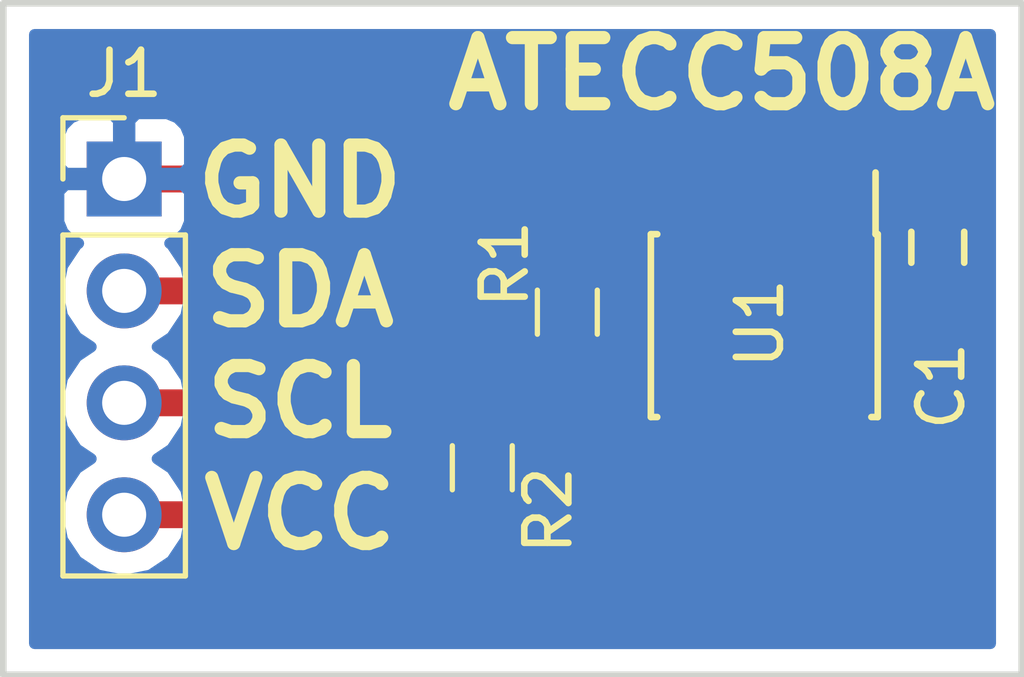
<source format=kicad_pcb>
(kicad_pcb (version 4) (host pcbnew 4.0.6)

  (general
    (links 10)
    (no_connects 0)
    (area 137.592999 103.556999 160.857001 118.947001)
    (thickness 1.6)
    (drawings 11)
    (tracks 43)
    (zones 0)
    (modules 5)
    (nets 9)
  )

  (page USLetter)
  (title_block
    (title "ATECC508A CryptoAuth Breakout Board")
    (date 2017-03-27)
    (rev 1.0)
    (company "CID Corporation")
    (comment 1 "Breakout from SOIC-8 Chip")
    (comment 2 "2 Flavors - I2C & 1Wire")
  )

  (layers
    (0 F.Cu signal)
    (31 B.Cu signal)
    (32 B.Adhes user)
    (33 F.Adhes user)
    (34 B.Paste user)
    (35 F.Paste user)
    (36 B.SilkS user)
    (37 F.SilkS user)
    (38 B.Mask user)
    (39 F.Mask user)
    (40 Dwgs.User user)
    (41 Cmts.User user)
    (42 Eco1.User user)
    (43 Eco2.User user)
    (44 Edge.Cuts user)
    (45 Margin user)
    (46 B.CrtYd user)
    (47 F.CrtYd user)
    (48 B.Fab user)
    (49 F.Fab user)
  )

  (setup
    (last_trace_width 0.25)
    (user_trace_width 0.2032)
    (user_trace_width 0.254)
    (user_trace_width 0.3048)
    (user_trace_width 0.6096)
    (user_trace_width 0.8128)
    (trace_clearance 0.2)
    (zone_clearance 0.508)
    (zone_45_only no)
    (trace_min 0.2)
    (segment_width 0.2)
    (edge_width 0.15)
    (via_size 0.6)
    (via_drill 0.4)
    (via_min_size 0.4)
    (via_min_drill 0.3)
    (uvia_size 0.3)
    (uvia_drill 0.1)
    (uvias_allowed no)
    (uvia_min_size 0.2)
    (uvia_min_drill 0.1)
    (pcb_text_width 0.3)
    (pcb_text_size 1.5 1.5)
    (mod_edge_width 0.15)
    (mod_text_size 1 1)
    (mod_text_width 0.15)
    (pad_size 1.524 1.524)
    (pad_drill 0.762)
    (pad_to_mask_clearance 0.2)
    (aux_axis_origin 0 0)
    (visible_elements 7FFFEF7F)
    (pcbplotparams
      (layerselection 0x010e0_80000001)
      (usegerberextensions false)
      (excludeedgelayer true)
      (linewidth 0.100000)
      (plotframeref false)
      (viasonmask false)
      (mode 1)
      (useauxorigin false)
      (hpglpennumber 1)
      (hpglpenspeed 20)
      (hpglpendiameter 15)
      (hpglpenoverlay 2)
      (psnegative false)
      (psa4output false)
      (plotreference true)
      (plotvalue true)
      (plotinvisibletext false)
      (padsonsilk false)
      (subtractmaskfromsilk false)
      (outputformat 1)
      (mirror false)
      (drillshape 0)
      (scaleselection 1)
      (outputdirectory Gerbers/))
  )

  (net 0 "")
  (net 1 /GND)
  (net 2 /VCC)
  (net 3 /SDA)
  (net 4 /SCL)
  (net 5 "Net-(U1-Pad1)")
  (net 6 "Net-(U1-Pad2)")
  (net 7 "Net-(U1-Pad3)")
  (net 8 "Net-(U1-Pad7)")

  (net_class Default "This is the default net class."
    (clearance 0.2)
    (trace_width 0.25)
    (via_dia 0.6)
    (via_drill 0.4)
    (uvia_dia 0.3)
    (uvia_drill 0.1)
    (add_net /GND)
    (add_net /SCL)
    (add_net /SDA)
    (add_net /VCC)
    (add_net "Net-(U1-Pad1)")
    (add_net "Net-(U1-Pad2)")
    (add_net "Net-(U1-Pad3)")
    (add_net "Net-(U1-Pad7)")
  )

  (module Housings_SOIC:SOIC-8_3.9x4.9mm_Pitch1.27mm (layer F.Cu) (tedit 58D99A8C) (tstamp 58D99368)
    (at 154.94 110.9472 270)
    (descr "8-Lead Plastic Small Outline (SN) - Narrow, 3.90 mm Body [SOIC] (see Microchip Packaging Specification 00000049BS.pdf)")
    (tags "SOIC 1.27")
    (path /58D98C45)
    (attr smd)
    (fp_text reference U1 (at -0.0508 0.1016 270) (layer F.SilkS)
      (effects (font (size 1 1) (thickness 0.15)))
    )
    (fp_text value ATECC508A (at 0 3.5 270) (layer F.Fab) hide
      (effects (font (size 1 1) (thickness 0.15)))
    )
    (fp_line (start -0.95 -2.45) (end 1.95 -2.45) (layer F.Fab) (width 0.15))
    (fp_line (start 1.95 -2.45) (end 1.95 2.45) (layer F.Fab) (width 0.15))
    (fp_line (start 1.95 2.45) (end -1.95 2.45) (layer F.Fab) (width 0.15))
    (fp_line (start -1.95 2.45) (end -1.95 -1.45) (layer F.Fab) (width 0.15))
    (fp_line (start -1.95 -1.45) (end -0.95 -2.45) (layer F.Fab) (width 0.15))
    (fp_line (start -3.75 -2.75) (end -3.75 2.75) (layer F.CrtYd) (width 0.05))
    (fp_line (start 3.75 -2.75) (end 3.75 2.75) (layer F.CrtYd) (width 0.05))
    (fp_line (start -3.75 -2.75) (end 3.75 -2.75) (layer F.CrtYd) (width 0.05))
    (fp_line (start -3.75 2.75) (end 3.75 2.75) (layer F.CrtYd) (width 0.05))
    (fp_line (start -2.075 -2.575) (end -2.075 -2.525) (layer F.SilkS) (width 0.15))
    (fp_line (start 2.075 -2.575) (end 2.075 -2.43) (layer F.SilkS) (width 0.15))
    (fp_line (start 2.075 2.575) (end 2.075 2.43) (layer F.SilkS) (width 0.15))
    (fp_line (start -2.075 2.575) (end -2.075 2.43) (layer F.SilkS) (width 0.15))
    (fp_line (start -2.075 -2.575) (end 2.075 -2.575) (layer F.SilkS) (width 0.15))
    (fp_line (start -2.075 2.575) (end 2.075 2.575) (layer F.SilkS) (width 0.15))
    (fp_line (start -2.075 -2.525) (end -3.475 -2.525) (layer F.SilkS) (width 0.15))
    (pad 1 smd rect (at -2.7 -1.905 270) (size 1.55 0.6) (layers F.Cu F.Paste F.Mask)
      (net 5 "Net-(U1-Pad1)"))
    (pad 2 smd rect (at -2.7 -0.635 270) (size 1.55 0.6) (layers F.Cu F.Paste F.Mask)
      (net 6 "Net-(U1-Pad2)"))
    (pad 3 smd rect (at -2.7 0.635 270) (size 1.55 0.6) (layers F.Cu F.Paste F.Mask)
      (net 7 "Net-(U1-Pad3)"))
    (pad 4 smd rect (at -2.7 1.905 270) (size 1.55 0.6) (layers F.Cu F.Paste F.Mask)
      (net 1 /GND))
    (pad 5 smd rect (at 2.7 1.905 270) (size 1.55 0.6) (layers F.Cu F.Paste F.Mask)
      (net 3 /SDA))
    (pad 6 smd rect (at 2.7 0.635 270) (size 1.55 0.6) (layers F.Cu F.Paste F.Mask)
      (net 4 /SCL))
    (pad 7 smd rect (at 2.7 -0.635 270) (size 1.55 0.6) (layers F.Cu F.Paste F.Mask)
      (net 8 "Net-(U1-Pad7)"))
    (pad 8 smd rect (at 2.7 -1.905 270) (size 1.55 0.6) (layers F.Cu F.Paste F.Mask)
      (net 2 /VCC))
    (model Housings_SOIC.3dshapes/SOIC-8_3.9x4.9mm_Pitch1.27mm.wrl
      (at (xyz 0 0 0))
      (scale (xyz 1 1 1))
      (rotate (xyz 0 0 0))
    )
  )

  (module Capacitors_SMD:C_0603_HandSoldering (layer F.Cu) (tedit 58D999E6) (tstamp 58D99354)
    (at 158.877 109.1692 270)
    (descr "Capacitor SMD 0603, hand soldering")
    (tags "capacitor 0603")
    (path /58D98CCC)
    (attr smd)
    (fp_text reference C1 (at 3.1496 -0.0762 270) (layer F.SilkS)
      (effects (font (size 1 1) (thickness 0.15)))
    )
    (fp_text value 100nF (at -4.6228 0.0508 270) (layer F.Fab) hide
      (effects (font (size 1 1) (thickness 0.15)))
    )
    (fp_line (start -0.8 0.4) (end -0.8 -0.4) (layer F.Fab) (width 0.15))
    (fp_line (start 0.8 0.4) (end -0.8 0.4) (layer F.Fab) (width 0.15))
    (fp_line (start 0.8 -0.4) (end 0.8 0.4) (layer F.Fab) (width 0.15))
    (fp_line (start -0.8 -0.4) (end 0.8 -0.4) (layer F.Fab) (width 0.15))
    (fp_line (start -1.85 -0.75) (end 1.85 -0.75) (layer F.CrtYd) (width 0.05))
    (fp_line (start -1.85 0.75) (end 1.85 0.75) (layer F.CrtYd) (width 0.05))
    (fp_line (start -1.85 -0.75) (end -1.85 0.75) (layer F.CrtYd) (width 0.05))
    (fp_line (start 1.85 -0.75) (end 1.85 0.75) (layer F.CrtYd) (width 0.05))
    (fp_line (start -0.35 -0.6) (end 0.35 -0.6) (layer F.SilkS) (width 0.15))
    (fp_line (start 0.35 0.6) (end -0.35 0.6) (layer F.SilkS) (width 0.15))
    (pad 1 smd rect (at -0.95 0 270) (size 1.2 0.75) (layers F.Cu F.Paste F.Mask)
      (net 1 /GND))
    (pad 2 smd rect (at 0.95 0 270) (size 1.2 0.75) (layers F.Cu F.Paste F.Mask)
      (net 2 /VCC))
    (model ${KISYS3DMOD}/Capacitors_SMD.3dshapes/C_0603.wrl
      (at (xyz 0 0 0))
      (scale (xyz 1 1 1))
      (rotate (xyz 0 0 0))
    )
  )

  (module Pin_Headers:Pin_Header_Straight_1x04_Pitch2.54mm (layer F.Cu) (tedit 58F672D5) (tstamp 58D9935C)
    (at 140.4112 107.6198)
    (descr "Through hole straight pin header, 1x04, 2.54mm pitch, single row")
    (tags "Through hole pin header THT 1x04 2.54mm single row")
    (path /58D98C80)
    (fp_text reference J1 (at 0 -2.39) (layer F.SilkS)
      (effects (font (size 1 1) (thickness 0.15)))
    )
    (fp_text value CONN_01X04_MALE (at 0 10.01) (layer F.Fab) hide
      (effects (font (size 1 1) (thickness 0.15)))
    )
    (fp_line (start -1.27 -1.27) (end -1.27 8.89) (layer F.Fab) (width 0.1))
    (fp_line (start -1.27 8.89) (end 1.27 8.89) (layer F.Fab) (width 0.1))
    (fp_line (start 1.27 8.89) (end 1.27 -1.27) (layer F.Fab) (width 0.1))
    (fp_line (start 1.27 -1.27) (end -1.27 -1.27) (layer F.Fab) (width 0.1))
    (fp_line (start -1.39 1.27) (end -1.39 9.01) (layer F.SilkS) (width 0.12))
    (fp_line (start -1.39 9.01) (end 1.39 9.01) (layer F.SilkS) (width 0.12))
    (fp_line (start 1.39 9.01) (end 1.39 1.27) (layer F.SilkS) (width 0.12))
    (fp_line (start 1.39 1.27) (end -1.39 1.27) (layer F.SilkS) (width 0.12))
    (fp_line (start -1.39 0) (end -1.39 -1.39) (layer F.SilkS) (width 0.12))
    (fp_line (start -1.39 -1.39) (end 0 -1.39) (layer F.SilkS) (width 0.12))
    (fp_line (start -1.6 -1.6) (end -1.6 9.2) (layer F.CrtYd) (width 0.05))
    (fp_line (start -1.6 9.2) (end 1.6 9.2) (layer F.CrtYd) (width 0.05))
    (fp_line (start 1.6 9.2) (end 1.6 -1.6) (layer F.CrtYd) (width 0.05))
    (fp_line (start 1.6 -1.6) (end -1.6 -1.6) (layer F.CrtYd) (width 0.05))
    (pad 1 thru_hole rect (at 0 0) (size 1.7 1.7) (drill 1) (layers *.Cu *.Mask)
      (net 1 /GND))
    (pad 2 thru_hole oval (at 0 2.54) (size 1.7 1.7) (drill 1) (layers *.Cu *.Mask)
      (net 3 /SDA))
    (pad 3 thru_hole oval (at 0 5.08) (size 1.7 1.7) (drill 1) (layers *.Cu *.Mask)
      (net 4 /SCL))
    (pad 4 thru_hole oval (at 0 7.62) (size 1.7 1.7) (drill 1) (layers *.Cu *.Mask)
      (net 2 /VCC))
    (model Pin_Headers.3dshapes/Pin_Header_Straight_1x04_Pitch2.54mm.wrl
      (at (xyz 0 -0.15 0))
      (scale (xyz 1 1 1))
      (rotate (xyz 0 0 90))
    )
  )

  (module Resistors_SMD:R_0603_HandSoldering (layer F.Cu) (tedit 58F674D3) (tstamp 58F672BE)
    (at 150.4696 110.6424 270)
    (descr "Resistor SMD 0603, hand soldering")
    (tags "resistor 0603")
    (path /58F6704D)
    (attr smd)
    (fp_text reference R1 (at -1.0922 1.4224 270) (layer F.SilkS)
      (effects (font (size 1 1) (thickness 0.15)))
    )
    (fp_text value 4K7 (at 0 1.55 270) (layer F.Fab) hide
      (effects (font (size 1 1) (thickness 0.15)))
    )
    (fp_text user %R (at 0 0 270) (layer F.Fab)
      (effects (font (size 0.5 0.5) (thickness 0.075)))
    )
    (fp_line (start -0.8 0.4) (end -0.8 -0.4) (layer F.Fab) (width 0.1))
    (fp_line (start 0.8 0.4) (end -0.8 0.4) (layer F.Fab) (width 0.1))
    (fp_line (start 0.8 -0.4) (end 0.8 0.4) (layer F.Fab) (width 0.1))
    (fp_line (start -0.8 -0.4) (end 0.8 -0.4) (layer F.Fab) (width 0.1))
    (fp_line (start 0.5 0.68) (end -0.5 0.68) (layer F.SilkS) (width 0.12))
    (fp_line (start -0.5 -0.68) (end 0.5 -0.68) (layer F.SilkS) (width 0.12))
    (fp_line (start -1.96 -0.7) (end 1.95 -0.7) (layer F.CrtYd) (width 0.05))
    (fp_line (start -1.96 -0.7) (end -1.96 0.7) (layer F.CrtYd) (width 0.05))
    (fp_line (start 1.95 0.7) (end 1.95 -0.7) (layer F.CrtYd) (width 0.05))
    (fp_line (start 1.95 0.7) (end -1.96 0.7) (layer F.CrtYd) (width 0.05))
    (pad 1 smd rect (at -1.1 0 270) (size 1.2 0.9) (layers F.Cu F.Paste F.Mask)
      (net 2 /VCC))
    (pad 2 smd rect (at 1.1 0 270) (size 1.2 0.9) (layers F.Cu F.Paste F.Mask)
      (net 3 /SDA))
    (model ${KISYS3DMOD}/Resistors_SMD.3dshapes/R_0603.wrl
      (at (xyz 0 0 0))
      (scale (xyz 1 1 1))
      (rotate (xyz 0 0 0))
    )
  )

  (module Resistors_SMD:R_0603_HandSoldering (layer F.Cu) (tedit 58F674D7) (tstamp 58F672C4)
    (at 148.5392 114.173 90)
    (descr "Resistor SMD 0603, hand soldering")
    (tags "resistor 0603")
    (path /58F66FFE)
    (attr smd)
    (fp_text reference R2 (at -0.9652 1.4986 90) (layer F.SilkS)
      (effects (font (size 1 1) (thickness 0.15)))
    )
    (fp_text value 4K7 (at 0 1.55 90) (layer F.Fab) hide
      (effects (font (size 1 1) (thickness 0.15)))
    )
    (fp_text user %R (at 0 0 90) (layer F.Fab)
      (effects (font (size 0.5 0.5) (thickness 0.075)))
    )
    (fp_line (start -0.8 0.4) (end -0.8 -0.4) (layer F.Fab) (width 0.1))
    (fp_line (start 0.8 0.4) (end -0.8 0.4) (layer F.Fab) (width 0.1))
    (fp_line (start 0.8 -0.4) (end 0.8 0.4) (layer F.Fab) (width 0.1))
    (fp_line (start -0.8 -0.4) (end 0.8 -0.4) (layer F.Fab) (width 0.1))
    (fp_line (start 0.5 0.68) (end -0.5 0.68) (layer F.SilkS) (width 0.12))
    (fp_line (start -0.5 -0.68) (end 0.5 -0.68) (layer F.SilkS) (width 0.12))
    (fp_line (start -1.96 -0.7) (end 1.95 -0.7) (layer F.CrtYd) (width 0.05))
    (fp_line (start -1.96 -0.7) (end -1.96 0.7) (layer F.CrtYd) (width 0.05))
    (fp_line (start 1.95 0.7) (end 1.95 -0.7) (layer F.CrtYd) (width 0.05))
    (fp_line (start 1.95 0.7) (end -1.96 0.7) (layer F.CrtYd) (width 0.05))
    (pad 1 smd rect (at -1.1 0 90) (size 1.2 0.9) (layers F.Cu F.Paste F.Mask)
      (net 2 /VCC))
    (pad 2 smd rect (at 1.1 0 90) (size 1.2 0.9) (layers F.Cu F.Paste F.Mask)
      (net 4 /SCL))
    (model ${KISYS3DMOD}/Resistors_SMD.3dshapes/R_0603.wrl
      (at (xyz 0 0 0))
      (scale (xyz 1 1 1))
      (rotate (xyz 0 0 0))
    )
  )

  (gr_line (start 160.782 103.632) (end 137.668 103.632) (angle 90) (layer Edge.Cuts) (width 0.15))
  (gr_line (start 160.782 118.872) (end 160.782 103.632) (angle 90) (layer Edge.Cuts) (width 0.15))
  (gr_line (start 159.766 118.872) (end 160.782 118.872) (angle 90) (layer Edge.Cuts) (width 0.15))
  (gr_line (start 158.75 118.872) (end 159.766 118.872) (angle 90) (layer Edge.Cuts) (width 0.15))
  (gr_line (start 137.668 118.872) (end 158.75 118.872) (angle 90) (layer Edge.Cuts) (width 0.15))
  (gr_line (start 137.668 103.632) (end 137.668 118.872) (angle 90) (layer Edge.Cuts) (width 0.15))
  (gr_text ATECC508A (at 153.9748 105.2322) (layer F.SilkS)
    (effects (font (size 1.5 1.5) (thickness 0.3)))
  )
  (gr_text GND (at 144.399 107.6706) (layer F.SilkS)
    (effects (font (size 1.5 1.5) (thickness 0.3)))
  )
  (gr_text VCC (at 144.399 115.2144) (layer F.SilkS)
    (effects (font (size 1.5 1.5) (thickness 0.3)))
  )
  (gr_text SCL (at 144.399 112.6744) (layer F.SilkS)
    (effects (font (size 1.5 1.5) (thickness 0.3)))
  )
  (gr_text SDA (at 144.399 110.1598) (layer F.SilkS)
    (effects (font (size 1.5 1.5) (thickness 0.3)))
  )

  (segment (start 153.035 108.2472) (end 153.035 106.8626) (width 0.6096) (layer F.Cu) (net 1))
  (segment (start 153.035 106.8626) (end 153.3446 106.553) (width 0.6096) (layer F.Cu) (net 1))
  (segment (start 153.3446 106.553) (end 158.4204 106.553) (width 0.6096) (layer F.Cu) (net 1))
  (segment (start 158.4204 106.553) (end 158.877 107.0096) (width 0.6096) (layer F.Cu) (net 1))
  (segment (start 158.877 107.0096) (end 158.877 108.2192) (width 0.6096) (layer F.Cu) (net 1))
  (segment (start 152.0952 108.077) (end 152.0952 108.217) (width 0.6096) (layer F.Cu) (net 1))
  (segment (start 152.0952 108.217) (end 152.1254 108.2472) (width 0.6096) (layer F.Cu) (net 1))
  (segment (start 152.1254 108.2472) (end 153.035 108.2472) (width 0.6096) (layer F.Cu) (net 1))
  (segment (start 151.638 107.6198) (end 152.0952 108.077) (width 0.6096) (layer F.Cu) (net 1))
  (segment (start 140.4112 107.6198) (end 151.638 107.6198) (width 0.6096) (layer F.Cu) (net 1))
  (segment (start 148.5392 115.273) (end 149.9694 115.273) (width 0.6096) (layer F.Cu) (net 2))
  (segment (start 149.9694 115.273) (end 151.384 116.6876) (width 0.6096) (layer F.Cu) (net 2))
  (segment (start 151.384 116.6876) (end 156.21 116.6876) (width 0.6096) (layer F.Cu) (net 2))
  (segment (start 156.21 116.6876) (end 156.845 116.0526) (width 0.6096) (layer F.Cu) (net 2))
  (segment (start 156.845 115.697) (end 156.845 113.6472) (width 0.6096) (layer F.Cu) (net 2))
  (segment (start 156.845 116.0526) (end 156.845 115.697) (width 0.6096) (layer F.Cu) (net 2))
  (segment (start 156.845 112.2626) (end 156.845 112.649) (width 0.6096) (layer F.Cu) (net 2))
  (segment (start 157.8924 110.1192) (end 156.845 111.1666) (width 0.6096) (layer F.Cu) (net 2))
  (segment (start 156.845 112.649) (end 156.845 113.6472) (width 0.6096) (layer F.Cu) (net 2))
  (segment (start 158.877 110.1192) (end 157.8924 110.1192) (width 0.6096) (layer F.Cu) (net 2))
  (segment (start 156.845 111.1666) (end 156.845 112.649) (width 0.6096) (layer F.Cu) (net 2))
  (segment (start 150.4696 109.5424) (end 151.5292 109.5424) (width 0.6096) (layer F.Cu) (net 2))
  (segment (start 151.5292 109.5424) (end 152.3492 110.3624) (width 0.6096) (layer F.Cu) (net 2))
  (segment (start 152.3492 110.3624) (end 154.9448 110.3624) (width 0.6096) (layer F.Cu) (net 2))
  (segment (start 154.9448 110.3624) (end 156.845 112.2626) (width 0.6096) (layer F.Cu) (net 2))
  (segment (start 140.4112 115.2398) (end 148.506 115.2398) (width 0.6096) (layer F.Cu) (net 2))
  (segment (start 148.506 115.2398) (end 148.5392 115.273) (width 0.6096) (layer F.Cu) (net 2))
  (segment (start 150.4696 111.7424) (end 151.1302 111.7424) (width 0.6096) (layer F.Cu) (net 3))
  (segment (start 151.1302 111.7424) (end 153.035 113.6472) (width 0.6096) (layer F.Cu) (net 3))
  (segment (start 140.4112 110.1598) (end 147.574 110.1598) (width 0.6096) (layer F.Cu) (net 3))
  (segment (start 147.574 110.1598) (end 148.5392 111.125) (width 0.6096) (layer F.Cu) (net 3))
  (segment (start 148.5392 111.125) (end 149.8522 111.125) (width 0.6096) (layer F.Cu) (net 3))
  (segment (start 149.8522 111.125) (end 150.4696 111.7424) (width 0.6096) (layer F.Cu) (net 3))
  (segment (start 140.4112 110.1598) (end 140.462 110.1598) (width 0.6096) (layer F.Cu) (net 3) (status 30))
  (segment (start 153.924 115.5192) (end 154.305 115.1382) (width 0.6096) (layer F.Cu) (net 4))
  (segment (start 154.305 115.1382) (end 154.305 113.6472) (width 0.6096) (layer F.Cu) (net 4))
  (segment (start 152.045 115.5192) (end 153.924 115.5192) (width 0.6096) (layer F.Cu) (net 4))
  (segment (start 148.5392 113.073) (end 149.5988 113.073) (width 0.6096) (layer F.Cu) (net 4))
  (segment (start 149.5988 113.073) (end 152.045 115.5192) (width 0.6096) (layer F.Cu) (net 4))
  (segment (start 140.4112 112.6998) (end 148.166 112.6998) (width 0.6096) (layer F.Cu) (net 4))
  (segment (start 148.166 112.6998) (end 148.5392 113.073) (width 0.6096) (layer F.Cu) (net 4))
  (segment (start 140.4493 112.6617) (end 140.4112 112.6998) (width 0.6096) (layer F.Cu) (net 4) (tstamp 58D999CA) (status 30))
  (segment (start 140.4112 112.6998) (end 140.6652 112.6998) (width 0.6096) (layer F.Cu) (net 4) (status 30))

  (zone (net 1) (net_name /GND) (layer B.Cu) (tstamp 58D99F0B) (hatch edge 0.508)
    (connect_pads (clearance 0.508))
    (min_thickness 0.254)
    (fill yes (arc_segments 16) (thermal_gap 0.508) (thermal_bridge_width 0.508))
    (polygon
      (pts
        (xy 160.274 118.364) (xy 138.176 118.364) (xy 138.176 104.14) (xy 160.274 104.14)
      )
    )
    (filled_polygon
      (pts
        (xy 160.072 118.162) (xy 138.378 118.162) (xy 138.378 110.1598) (xy 138.897107 110.1598) (xy 139.010146 110.728085)
        (xy 139.332053 111.209854) (xy 139.661226 111.4298) (xy 139.332053 111.649746) (xy 139.010146 112.131515) (xy 138.897107 112.6998)
        (xy 139.010146 113.268085) (xy 139.332053 113.749854) (xy 139.661226 113.9698) (xy 139.332053 114.189746) (xy 139.010146 114.671515)
        (xy 138.897107 115.2398) (xy 139.010146 115.808085) (xy 139.332053 116.289854) (xy 139.813822 116.611761) (xy 140.382107 116.7248)
        (xy 140.440293 116.7248) (xy 141.008578 116.611761) (xy 141.490347 116.289854) (xy 141.812254 115.808085) (xy 141.925293 115.2398)
        (xy 141.812254 114.671515) (xy 141.490347 114.189746) (xy 141.161174 113.9698) (xy 141.490347 113.749854) (xy 141.812254 113.268085)
        (xy 141.925293 112.6998) (xy 141.812254 112.131515) (xy 141.490347 111.649746) (xy 141.161174 111.4298) (xy 141.490347 111.209854)
        (xy 141.812254 110.728085) (xy 141.925293 110.1598) (xy 141.812254 109.591515) (xy 141.490347 109.109746) (xy 141.446423 109.080397)
        (xy 141.620898 109.008127) (xy 141.799527 108.829499) (xy 141.8962 108.59611) (xy 141.8962 107.90555) (xy 141.73745 107.7468)
        (xy 140.5382 107.7468) (xy 140.5382 107.7668) (xy 140.2842 107.7668) (xy 140.2842 107.7468) (xy 139.08495 107.7468)
        (xy 138.9262 107.90555) (xy 138.9262 108.59611) (xy 139.022873 108.829499) (xy 139.201502 109.008127) (xy 139.375977 109.080397)
        (xy 139.332053 109.109746) (xy 139.010146 109.591515) (xy 138.897107 110.1598) (xy 138.378 110.1598) (xy 138.378 106.64349)
        (xy 138.9262 106.64349) (xy 138.9262 107.33405) (xy 139.08495 107.4928) (xy 140.2842 107.4928) (xy 140.2842 106.29355)
        (xy 140.5382 106.29355) (xy 140.5382 107.4928) (xy 141.73745 107.4928) (xy 141.8962 107.33405) (xy 141.8962 106.64349)
        (xy 141.799527 106.410101) (xy 141.620898 106.231473) (xy 141.387509 106.1348) (xy 140.69695 106.1348) (xy 140.5382 106.29355)
        (xy 140.2842 106.29355) (xy 140.12545 106.1348) (xy 139.434891 106.1348) (xy 139.201502 106.231473) (xy 139.022873 106.410101)
        (xy 138.9262 106.64349) (xy 138.378 106.64349) (xy 138.378 104.342) (xy 160.072 104.342)
      )
    )
  )
)

</source>
